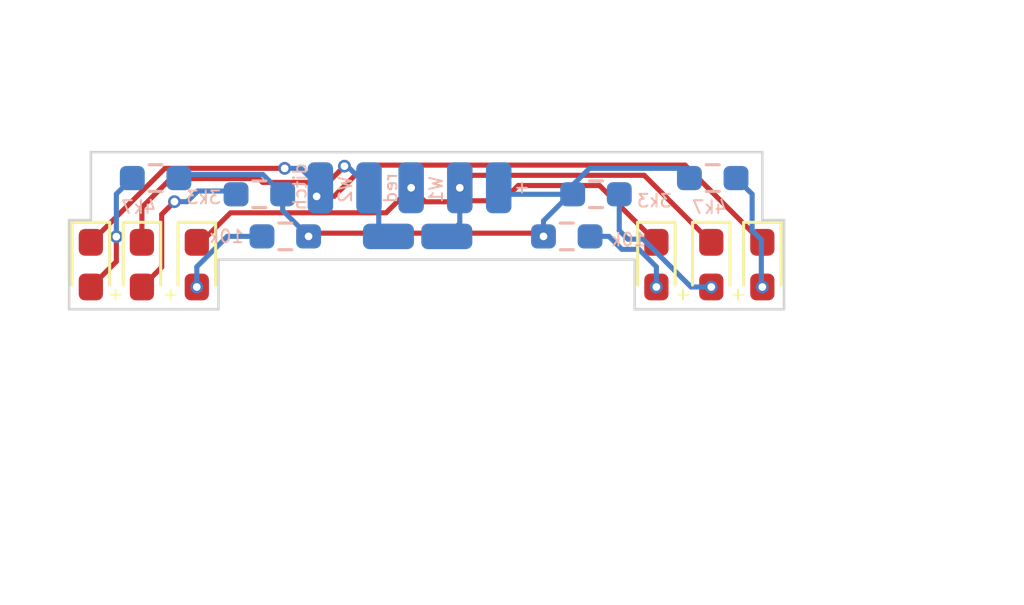
<source format=kicad_pcb>
(kicad_pcb (version 20221018) (generator pcbnew)
  (layers (0 "F.Cu" signal) (31 "B.Cu" signal) (34 "B.Paste" user) (35 "F.Paste" user) (36 "B.SilkS" user "B.Silkscreen") (37 "F.SilkS" user "F.Silkscreen") (38 "B.Mask" user) (39 "F.Mask" user) (44 "Edge.Cuts" user))
  (net 0 "")
  (net 1 "Net-(D1-A)")
  (net 2 "Net-(D1-K)")
  (net 3 "Net-(D2-A)")
  (net 4 "Net-(D2-K)")
  (net 5 "Net-(D3-A)")
  (net 6 "Net-(D3-K)")
  (net 7 "Net-(D4-A)")
  (net 8 "Net-(D5-A)")
  (net 9 "Net-(D5-K)")
  (net 10 "Net-(D6-A)")
  (net 11 "VCC")
  (footprint "LED_SMD:LED_0603_1608Metric_Pad1.05x0.95mm_HandSolder" (layer "F.Cu") (at 88.05 102.2 -90)
    (fp_text reference "D6" hide)
    (fp_text value "LED")
    (fp_line (start -1.66 -0.735) (end -1.66 0.735) (stroke (width 0.12)) (layer "F.SilkS"))
    (fp_line (start -1.66 0.735) (end 0.8 0.735) (stroke (width 0.12)) (layer "F.SilkS"))
    (fp_line (start 0.8 -0.735) (end -1.66 -0.735) (stroke (width 0.12)) (layer "F.SilkS"))
    (pad "1" smd roundrect (at -0.875 0 270) (size 1.05 0.95) (layers "F.Cu" "F.Paste" "F.Mask") (net 2 "Net-(D1-K)"))
    (pad "2" smd roundrect (at 0.875 0 270) (size 1.05 0.95) (layers "F.Cu" "F.Paste" "F.Mask") (net 10 "Net-(D6-A)"))
  )
  (footprint "LED_SMD:LED_0603_1608Metric_Pad1.05x0.95mm_HandSolder" (layer "F.Cu") (at 86.05 102.2 -90)
    (fp_text reference "D5" hide)
    (fp_text value "LED")
    (fp_line (start -1.66 -0.735) (end -1.66 0.735) (stroke (width 0.12)) (layer "F.SilkS"))
    (fp_line (start -1.66 0.735) (end 0.8 0.735) (stroke (width 0.12)) (layer "F.SilkS"))
    (fp_line (start 0.8 -0.735) (end -1.66 -0.735) (stroke (width 0.12)) (layer "F.SilkS"))
    (pad "1" smd roundrect (at -0.875 0 270) (size 1.05 0.95) (layers "F.Cu" "F.Paste" "F.Mask") (net 9 "Net-(D5-K)"))
    (pad "2" smd roundrect (at 0.875 0 270) (size 1.05 0.95) (layers "F.Cu" "F.Paste" "F.Mask") (net 8 "Net-(D5-A)"))
  )
  (footprint "LED_SMD:LED_0603_1608Metric_Pad1.05x0.95mm_HandSolder" (layer "F.Cu") (at 61.75 102.2 -90)
    (fp_text reference "D1" hide)
    (fp_text value "LED")
    (fp_line (start -1.66 -0.735) (end -1.66 0.735) (stroke (width 0.12)) (layer "F.SilkS"))
    (fp_line (start -1.66 0.735) (end 0.8 0.735) (stroke (width 0.12)) (layer "F.SilkS"))
    (fp_line (start 0.8 -0.735) (end -1.66 -0.735) (stroke (width 0.12)) (layer "F.SilkS"))
    (pad "1" smd roundrect (at -0.875 0 270) (size 1.05 0.95) (layers "F.Cu" "F.Paste" "F.Mask") (net 2 "Net-(D1-K)"))
    (pad "2" smd roundrect (at 0.875 0 270) (size 1.05 0.95) (layers "F.Cu" "F.Paste" "F.Mask") (net 1 "Net-(D1-A)"))
  )
  (footprint "LED_SMD:LED_0603_1608Metric_Pad1.05x0.95mm_HandSolder" (layer "F.Cu") (at 83.9 102.2 -90)
    (fp_text reference "D4" hide)
    (fp_text value "LED")
    (fp_line (start -1.66 -0.735) (end -1.66 0.735) (stroke (width 0.12)) (layer "F.SilkS"))
    (fp_line (start -1.66 0.735) (end 0.8 0.735) (stroke (width 0.12)) (layer "F.SilkS"))
    (fp_line (start 0.8 -0.735) (end -1.66 -0.735) (stroke (width 0.12)) (layer "F.SilkS"))
    (pad "1" smd roundrect (at -0.875 0 270) (size 1.05 0.95) (layers "F.Cu" "F.Paste" "F.Mask") (net 6 "Net-(D3-K)"))
    (pad "2" smd roundrect (at 0.875 0 270) (size 1.05 0.95) (layers "F.Cu" "F.Paste" "F.Mask") (net 7 "Net-(D4-A)"))
  )
  (footprint "LED_SMD:LED_0603_1608Metric_Pad1.05x0.95mm_HandSolder" (layer "F.Cu") (at 65.9 102.2 -90)
    (fp_text reference "D3" hide)
    (fp_text value "LED")
    (fp_line (start -1.66 -0.735) (end -1.66 0.735) (stroke (width 0.12)) (layer "F.SilkS"))
    (fp_line (start -1.66 0.735) (end 0.8 0.735) (stroke (width 0.12)) (layer "F.SilkS"))
    (fp_line (start 0.8 -0.735) (end -1.66 -0.735) (stroke (width 0.12)) (layer "F.SilkS"))
    (pad "1" smd roundrect (at -0.875 0 270) (size 1.05 0.95) (layers "F.Cu" "F.Paste" "F.Mask") (net 6 "Net-(D3-K)"))
    (pad "2" smd roundrect (at 0.875 0 270) (size 1.05 0.95) (layers "F.Cu" "F.Paste" "F.Mask") (net 5 "Net-(D3-A)"))
  )
  (footprint "LED_SMD:LED_0603_1608Metric_Pad1.05x0.95mm_HandSolder" (layer "F.Cu") (at 63.75 102.2 -90)
    (fp_text reference "D2" hide)
    (fp_text value "LED")
    (fp_line (start -1.66 -0.735) (end -1.66 0.735) (stroke (width 0.12)) (layer "F.SilkS"))
    (fp_line (start -1.66 0.735) (end 0.8 0.735) (stroke (width 0.12)) (layer "F.SilkS"))
    (fp_line (start 0.8 -0.735) (end -1.66 -0.735) (stroke (width 0.12)) (layer "F.SilkS"))
    (pad "1" smd roundrect (at -0.875 0 270) (size 1.05 0.95) (layers "F.Cu" "F.Paste" "F.Mask") (net 4 "Net-(D2-K)"))
    (pad "2" smd roundrect (at 0.875 0 270) (size 1.05 0.95) (layers "F.Cu" "F.Paste" "F.Mask") (net 3 "Net-(D2-A)"))
  )
  (footprint "Connector_Wire:SolderWirePad_1x01_SMD_1x2mm" (layer "B.Cu") (at 74.295 99.187)
    (fp_text reference "J3" hide)
    (fp_text value "red")
    (pad "1" smd roundrect (at 0 0) (size 1 2) (layers "B.Cu" "B.Paste" "B.Mask") (net 6 "Net-(D3-K)"))
  )
  (footprint "custom_kicad_lib_sk:R_0603_smalltext" (layer "B.Cu") (at 81.534 99.441)
    (fp_text reference "R5" hide)
    (fp_text value "3k3" (at 2.286 0.254 unlocked) (layer "B.SilkS") (effects (font (size 0.5 0.5) (thickness 0.075)) (justify mirror)))
    (fp_line (start -0.254724 -0.5225) (end 0.254724 -0.5225) (stroke (width 0.12)) (layer "B.SilkS"))
    (fp_line (start -0.254724 0.5225) (end 0.254724 0.5225) (stroke (width 0.12)) (layer "B.SilkS"))
    (pad "1" smd roundrect (at -0.9125 0) (size 0.975 0.95) (layers "B.Cu" "B.Paste" "B.Mask") (net 11 "VCC"))
    (pad "2" smd roundrect (at 0.9125 0) (size 0.975 0.95) (layers "B.Cu" "B.Paste" "B.Mask") (net 8 "Net-(D5-A)"))
  )
  (footprint "custom_kicad_lib_sk:R_0603_smalltext" (layer "B.Cu") (at 69.3655 101.092 180)
    (fp_text reference "R3" hide)
    (fp_text value "10k" (at 2.3095 0 unlocked) (layer "B.SilkS") (effects (font (size 0.5 0.5) (thickness 0.075)) (justify mirror)))
    (fp_line (start -0.254724 -0.5225) (end 0.254724 -0.5225) (stroke (width 0.12)) (layer "B.SilkS"))
    (fp_line (start -0.254724 0.5225) (end 0.254724 0.5225) (stroke (width 0.12)) (layer "B.SilkS"))
    (pad "1" smd roundrect (at -0.9125 0 180) (size 0.975 0.95) (layers "B.Cu" "B.Paste" "B.Mask") (net 11 "VCC"))
    (pad "2" smd roundrect (at 0.9125 0 180) (size 0.975 0.95) (layers "B.Cu" "B.Paste" "B.Mask") (net 5 "Net-(D3-A)"))
  )
  (footprint "Connector_Wire:SolderWirePad_1x01_SMD_1x2mm" (layer "B.Cu") (at 70.739 99.187)
    (fp_text reference "J1" hide)
    (fp_text value "ditch")
    (pad "1" smd roundrect (at 0 0) (size 1 2) (layers "B.Cu" "B.Paste" "B.Mask") (net 2 "Net-(D1-K)"))
  )
  (footprint "Connector_Wire:SolderWirePad_1x01_SMD_1x2mm" (layer "B.Cu") (at 72.644 99.187)
    (fp_text reference "J2" hide)
    (fp_text value "W1")
    (pad "1" smd roundrect (at 0 0) (size 1 2) (layers "B.Cu" "B.Paste" "B.Mask") (net 4 "Net-(D2-K)"))
  )
  (footprint "custom_kicad_lib_sk:R_0603_smalltext" (layer "B.Cu") (at 64.2855 98.806 180)
    (fp_text reference "R1" hide)
    (fp_text value "4k7" (at 0.6585 -1.143 unlocked) (layer "B.SilkS") (effects (font (size 0.5 0.5) (thickness 0.075)) (justify mirror)))
    (fp_line (start -0.254724 -0.5225) (end 0.254724 -0.5225) (stroke (width 0.12)) (layer "B.SilkS"))
    (fp_line (start -0.254724 0.5225) (end 0.254724 0.5225) (stroke (width 0.12)) (layer "B.SilkS"))
    (pad "1" smd roundrect (at -0.9125 0 180) (size 0.975 0.95) (layers "B.Cu" "B.Paste" "B.Mask") (net 11 "VCC"))
    (pad "2" smd roundrect (at 0.9125 0 180) (size 0.975 0.95) (layers "B.Cu" "B.Paste" "B.Mask") (net 1 "Net-(D1-A)"))
  )
  (footprint "Connector_Wire:SolderWirePad_1x01_SMD_1x2mm" (layer "B.Cu") (at 75.692 101.092 -90)
    (fp_text reference "J7" hide)
    (fp_text value "W3")
    (pad "1" smd roundrect (at 0 0 270) (size 1 2) (layers "B.Cu" "B.Paste" "B.Mask") (net 9 "Net-(D5-K)"))
  )
  (footprint "custom_kicad_lib_sk:R_0603_smalltext" (layer "B.Cu") (at 68.3495 99.441 180)
    (fp_text reference "R2" hide)
    (fp_text value "3k3" (at 2.1825 -0.127 unlocked) (layer "B.SilkS") (effects (font (size 0.5 0.5) (thickness 0.075)) (justify mirror)))
    (fp_line (start -0.254724 -0.5225) (end 0.254724 -0.5225) (stroke (width 0.12)) (layer "B.SilkS"))
    (fp_line (start -0.254724 0.5225) (end 0.254724 0.5225) (stroke (width 0.12)) (layer "B.SilkS"))
    (pad "1" smd roundrect (at -0.9125 0 180) (size 0.975 0.95) (layers "B.Cu" "B.Paste" "B.Mask") (net 11 "VCC"))
    (pad "2" smd roundrect (at 0.9125 0 180) (size 0.975 0.95) (layers "B.Cu" "B.Paste" "B.Mask") (net 3 "Net-(D2-A)"))
  )
  (footprint "custom_kicad_lib_sk:R_0603_smalltext" (layer "B.Cu") (at 86.106 98.806)
    (fp_text reference "R6" hide)
    (fp_text value "4k7" (at -0.127 1.143 unlocked) (layer "B.SilkS") (effects (font (size 0.5 0.5) (thickness 0.075)) (justify mirror)))
    (fp_line (start -0.254724 -0.5225) (end 0.254724 -0.5225) (stroke (width 0.12)) (layer "B.SilkS"))
    (fp_line (start -0.254724 0.5225) (end 0.254724 0.5225) (stroke (width 0.12)) (layer "B.SilkS"))
    (pad "1" smd roundrect (at -0.9125 0) (size 0.975 0.95) (layers "B.Cu" "B.Paste" "B.Mask") (net 11 "VCC"))
    (pad "2" smd roundrect (at 0.9125 0) (size 0.975 0.95) (layers "B.Cu" "B.Paste" "B.Mask") (net 10 "Net-(D6-A)"))
  )
  (footprint "Connector_Wire:SolderWirePad_1x01_SMD_1x2mm" (layer "B.Cu") (at 77.724 99.187)
    (fp_text reference "J4" hide)
    (fp_text value "Conn_01x01_Pin")
    (pad "1" smd roundrect (at 0 0) (size 1 2) (layers "B.Cu" "B.Paste" "B.Mask") (net 11 "VCC"))
  )
  (footprint "custom_kicad_lib_sk:R_0603_smalltext" (layer "B.Cu") (at 80.391 101.092)
    (fp_text reference "R4" hide)
    (fp_text value "10k" (at 2.413 0.127 unlocked) (layer "B.SilkS") (effects (font (size 0.5 0.5) (thickness 0.075)) (justify mirror)))
    (fp_line (start -0.254724 -0.5225) (end 0.254724 -0.5225) (stroke (width 0.12)) (layer "B.SilkS"))
    (fp_line (start -0.254724 0.5225) (end 0.254724 0.5225) (stroke (width 0.12)) (layer "B.SilkS"))
    (pad "1" smd roundrect (at -0.9125 0) (size 0.975 0.95) (layers "B.Cu" "B.Paste" "B.Mask") (net 11 "VCC"))
    (pad "2" smd roundrect (at 0.9125 0) (size 0.975 0.95) (layers "B.Cu" "B.Paste" "B.Mask") (net 7 "Net-(D4-A)"))
  )
  (footprint "Connector_Wire:SolderWirePad_1x01_SMD_1x2mm" (layer "B.Cu") (at 76.2 99.187)
    (fp_text reference "J5" hide)
    (fp_text value "W3")
    (pad "1" smd roundrect (at 0 0) (size 1 2) (layers "B.Cu" "B.Paste" "B.Mask") (net 9 "Net-(D5-K)"))
  )
  (footprint "Connector_Wire:SolderWirePad_1x01_SMD_1x2mm" (layer "B.Cu") (at 73.406 101.092 -90)
    (fp_text reference "J6" hide)
    (fp_text value "W1")
    (pad "1" smd roundrect (at 0 0 270) (size 1 2) (layers "B.Cu" "B.Paste" "B.Mask") (net 4 "Net-(D2-K)"))
  )
  (gr_line (start 88.9 103.95) (end 88.9 100.45) (stroke (width 0.1)) (layer "Edge.Cuts"))
  (gr_line (start 88.05 100.45) (end 88.05 97.79) (stroke (width 0.1)) (layer "Edge.Cuts"))
  (gr_line (start 83.05 103.95) (end 88.9 103.95) (stroke (width 0.1)) (layer "Edge.Cuts"))
  (gr_line (start 61.75 100.45) (end 60.9 100.45) (stroke (width 0.1)) (layer "Edge.Cuts"))
  (gr_line (start 61.75 97.79) (end 61.75 100.45) (stroke (width 0.1)) (layer "Edge.Cuts"))
  (gr_line (start 66.75 103.95) (end 66.75 102) (stroke (width 0.1)) (layer "Edge.Cuts"))
  (gr_line (start 60.9 103.95) (end 66.75 103.95) (stroke (width 0.1)) (layer "Edge.Cuts"))
  (gr_line (start 83.05 102) (end 66.75 102) (stroke (width 0.1)) (layer "Edge.Cuts"))
  (gr_line (start 88.05 97.79) (end 61.75 97.79) (stroke (width 0.1)) (layer "Edge.Cuts"))
  (gr_line (start 83.05 102) (end 83.05 103.95) (stroke (width 0.1)) (layer "Edge.Cuts"))
  (gr_line (start 88.9 100.45) (end 88.05 100.45) (stroke (width 0.1)) (layer "Edge.Cuts"))
  (gr_line (start 60.9 100.45) (end 60.9 103.95) (stroke (width 0.1)) (layer "Edge.Cuts"))
  (gr_text "red" (at 73.787 98.552 90) (layer "B.SilkS") (effects (font (size 0.5 0.5) (thickness 0.075)) (justify left bottom mirror)))
  (gr_text "ditch" (at 70.231 98.171 90) (layer "B.SilkS") (effects (font (size 0.5 0.5) (thickness 0.075)) (justify left bottom mirror)))
  (gr_text "W2" (at 72.009 98.679 90) (layer "B.SilkS") (effects (font (size 0.5 0.5) (thickness 0.075)) (justify left bottom mirror)))
  (gr_text "+" (at 78.994 99.441) (layer "B.SilkS") (effects (font (size 0.5 0.5) (thickness 0.075)) (justify left bottom mirror)))
  (gr_text "W1" (at 75.565 98.679 90) (layer "B.SilkS") (effects (font (size 0.5 0.5) (thickness 0.075)) (justify left bottom mirror)))
  (gr_text "+" (at 62.357 103.632) (layer "F.SilkS") (effects (font (size 0.5 0.5) (thickness 0.075)) (justify left bottom)))
  (gr_text "+" (at 86.741 103.632) (layer "F.SilkS") (effects (font (size 0.5 0.5) (thickness 0.075)) (justify left bottom)))
  (gr_text "+" (at 64.516 103.632) (layer "F.SilkS") (effects (font (size 0.5 0.5) (thickness 0.075)) (justify left bottom)))
  (gr_text "+" (at 84.582 103.632) (layer "F.SilkS") (effects (font (size 0.5 0.5) (thickness 0.075)) (justify left bottom)))
  (segment (start 62.749056 102.075944) (end 62.749056 101.103056) (width 0.2) (layer "F.Cu") (net 1))
  (segment (start 61.75 103.075) (end 62.749056 102.075944) (width 0.2) (layer "F.Cu") (net 1))
  (via (at 62.749056 101.103056) (size 0.5) (drill 0.3) (layers "F.Cu" "B.Cu") (net 1))
  (segment (start 62.749056 101.103056) (end 62.749056 99.429944) (width 0.2) (layer "B.Cu") (net 1))
  (segment (start 62.749056 99.429944) (end 63.373 98.806) (width 0.2) (layer "B.Cu") (net 1))
  (segment (start 64.65 98.425) (end 69.342 98.425) (width 0.2) (layer "F.Cu") (net 2))
  (segment (start 71.274305 99.5245) (end 70.593828 99.5245) (width 0.2) (layer "F.Cu") (net 2))
  (segment (start 88.05 101.325) (end 85.023 98.298) (width 0.2) (layer "F.Cu") (net 2))
  (segment (start 72.500805 98.298) (end 71.274305 99.5245) (width 0.2) (layer "F.Cu") (net 2))
  (segment (start 85.023 98.298) (end 72.500805 98.298) (width 0.2) (layer "F.Cu") (net 2))
  (segment (start 61.75 101.325) (end 64.65 98.425) (width 0.2) (layer "F.Cu") (net 2))
  (via (at 69.342 98.425) (size 0.5) (drill 0.3) (layers "F.Cu" "B.Cu") (net 2))
  (via (at 70.593828 99.5245) (size 0.5) (drill 0.3) (layers "F.Cu" "B.Cu") (net 2))
  (segment (start 69.342 98.425) (end 69.977 98.425) (width 0.2) (layer "B.Cu") (net 2))
  (segment (start 69.977 98.425) (end 70.739 99.187) (width 0.2) (layer "B.Cu") (net 2))
  (segment (start 63.75 103.075) (end 64.525 102.3) (width 0.2) (layer "F.Cu") (net 3))
  (segment (start 64.525 102.3) (end 64.525 100.2295) (width 0.2) (layer "F.Cu") (net 3))
  (segment (start 64.525 100.2295) (end 65.024 99.7305) (width 0.2) (layer "F.Cu") (net 3))
  (via (at 65.024 99.7305) (size 0.5) (drill 0.3) (layers "F.Cu" "B.Cu") (net 3))
  (segment (start 67.31 99.314) (end 67.437 99.441) (width 0.2) (layer "B.Cu") (net 3))
  (segment (start 65.024 99.7305) (end 65.52114 99.7305) (width 0.2) (layer "B.Cu") (net 3))
  (segment (start 65.52114 99.7305) (end 65.93764 99.314) (width 0.2) (layer "B.Cu") (net 3))
  (segment (start 65.93764 99.314) (end 67.31 99.314) (width 0.2) (layer "B.Cu") (net 3))
  (segment (start 63.75 99.953) (end 64.878 98.825) (width 0.2) (layer "F.Cu") (net 4))
  (segment (start 63.75 101.325) (end 63.75 99.953) (width 0.2) (layer "F.Cu") (net 4))
  (segment (start 64.878 98.825) (end 68.326 98.825) (width 0.2) (layer "F.Cu") (net 4))
  (segment (start 68.326 98.825) (end 68.476 98.975) (width 0.2) (layer "F.Cu") (net 4))
  (segment (start 68.476 98.975) (end 71.045987 98.975) (width 0.2) (layer "F.Cu") (net 4))
  (segment (start 71.045987 98.975) (end 71.68165 98.339337) (width 0.2) (layer "F.Cu") (net 4))
  (via (at 71.68165 98.339337) (size 0.5) (drill 0.3) (layers "F.Cu" "B.Cu") (net 4))
  (segment (start 73.406 101.092) (end 73.025 100.711) (width 0.2) (layer "B.Cu") (net 4))
  (segment (start 71.796337 98.339337) (end 72.644 99.187) (width 0.2) (layer "B.Cu") (net 4))
  (segment (start 73.025 99.568) (end 72.644 99.187) (width 0.2) (layer "B.Cu") (net 4))
  (segment (start 73.025 100.711) (end 73.025 99.568) (width 0.2) (layer "B.Cu") (net 4))
  (segment (start 71.68165 98.339337) (end 71.796337 98.339337) (width 0.2) (layer "B.Cu") (net 4))
  (via (at 65.9 103.075) (size 0.5) (drill 0.3) (layers "F.Cu" "B.Cu") (net 5))
  (segment (start 67.092315 101.092) (end 65.9 102.284315) (width 0.2) (layer "B.Cu") (net 5))
  (segment (start 68.453 101.092) (end 67.092315 101.092) (width 0.2) (layer "B.Cu") (net 5))
  (segment (start 65.9 102.284315) (end 65.9 103.075) (width 0.2) (layer "B.Cu") (net 5))
  (segment (start 74.295 99.187) (end 74.845 99.737) (width 0.2) (layer "F.Cu") (net 6))
  (segment (start 74.295 99.187) (end 73.3145 100.1675) (width 0.2) (layer "F.Cu") (net 6))
  (segment (start 73.3145 100.1675) (end 67.2185 100.1675) (width 0.2) (layer "F.Cu") (net 6))
  (segment (start 76.412 99.737) (end 76.454 99.695) (width 0.2) (layer "F.Cu") (net 6))
  (segment (start 81.673 99.098) (end 83.9 101.325) (width 0.2) (layer "F.Cu") (net 6))
  (segment (start 77.889 99.695) (end 78.486 99.098) (width 0.2) (layer "F.Cu") (net 6))
  (segment (start 66.061 101.325) (end 65.9 101.325) (width 0.2) (layer "F.Cu") (net 6))
  (segment (start 78.486 99.098) (end 81.673 99.098) (width 0.2) (layer "F.Cu") (net 6))
  (segment (start 67.2185 100.1675) (end 66.061 101.325) (width 0.2) (layer "F.Cu") (net 6))
  (segment (start 76.454 99.695) (end 77.889 99.695) (width 0.2) (layer "F.Cu") (net 6))
  (segment (start 74.845 99.737) (end 76.412 99.737) (width 0.2) (layer "F.Cu") (net 6))
  (via (at 74.295 99.187) (size 0.5) (drill 0.3) (layers "F.Cu" "B.Cu") (net 6))
  (via (at 83.9 103.075) (size 0.5) (drill 0.3) (layers "F.Cu" "B.Cu") (net 7))
  (segment (start 82.55 101.6) (end 83.215685 101.6) (width 0.2) (layer "B.Cu") (net 7))
  (segment (start 83.215685 101.6) (end 83.9 102.284315) (width 0.2) (layer "B.Cu") (net 7))
  (segment (start 82.042 101.092) (end 82.55 101.6) (width 0.2) (layer "B.Cu") (net 7))
  (segment (start 83.9 102.284315) (end 83.9 103.075) (width 0.2) (layer "B.Cu") (net 7))
  (segment (start 81.3035 101.092) (end 82.042 101.092) (width 0.2) (layer "B.Cu") (net 7))
  (via (at 86.05 103.075) (size 0.5) (drill 0.3) (layers "F.Cu" "B.Cu") (net 8))
  (segment (start 82.4465 99.441) (end 82.4465 100.8615) (width 0.2) (layer "B.Cu") (net 8))
  (segment (start 83.381371 101.2) (end 85.256371 103.075) (width 0.2) (layer "B.Cu") (net 8))
  (segment (start 82.4465 100.8615) (end 82.785 101.2) (width 0.2) (layer "B.Cu") (net 8))
  (segment (start 82.785 101.2) (end 83.381371 101.2) (width 0.2) (layer "B.Cu") (net 8))
  (segment (start 85.256371 103.075) (end 86.05 103.075) (width 0.2) (layer "B.Cu") (net 8))
  (segment (start 83.423 98.698) (end 76.689 98.698) (width 0.2) (layer "F.Cu") (net 9))
  (segment (start 76.689 98.698) (end 76.2 99.187) (width 0.2) (layer "F.Cu") (net 9))
  (segment (start 86.05 101.325) (end 83.423 98.698) (width 0.2) (layer "F.Cu") (net 9))
  (via (at 76.2 99.187) (size 0.5) (drill 0.3) (layers "F.Cu" "B.Cu") (net 9))
  (segment (start 76.2 100.584) (end 76.2 99.187) (width 0.2) (layer "B.Cu") (net 9))
  (segment (start 75.692 101.092) (end 76.2 100.584) (width 0.2) (layer "B.Cu") (net 9))
  (via (at 88.05 103.075) (size 0.5) (drill 0.3) (layers "F.Cu" "B.Cu") (net 10))
  (segment (start 88.011 103.036) (end 88.05 103.075) (width 0.2) (layer "B.Cu") (net 10))
  (segment (start 87.65 100.858) (end 88.011 101.219) (width 0.2) (layer "B.Cu") (net 10))
  (segment (start 87.65 99.4375) (end 87.65 100.858) (width 0.2) (layer "B.Cu") (net 10))
  (segment (start 87.0185 98.806) (end 87.65 99.4375) (width 0.2) (layer "B.Cu") (net 10))
  (segment (start 88.011 101.219) (end 88.011 103.036) (width 0.2) (layer "B.Cu") (net 10))
  (segment (start 70.278 101.092) (end 70.405 100.965) (width 0.2) (layer "F.Cu") (net 11))
  (segment (start 79.3515 100.965) (end 79.4785 101.092) (width 0.2) (layer "F.Cu") (net 11))
  (segment (start 70.405 100.965) (end 79.3515 100.965) (width 0.2) (layer "F.Cu") (net 11))
  (via (at 70.278 101.092) (size 0.5) (drill 0.3) (layers "F.Cu" "B.Cu") (net 11))
  (via (at 79.4785 101.092) (size 0.5) (drill 0.3) (layers "F.Cu" "B.Cu") (net 11))
  (segment (start 80.6215 99.0835) (end 81.28 98.425) (width 0.2) (layer "B.Cu") (net 11))
  (segment (start 68.487 98.666) (end 69.262 99.441) (width 0.2) (layer "B.Cu") (net 11))
  (segment (start 80.6215 99.441) (end 80.6215 99.0835) (width 0.2) (layer "B.Cu") (net 11))
  (segment (start 79.4785 101.092) (end 79.4785 100.4805) (width 0.2) (layer "B.Cu") (net 11))
  (segment (start 80.518 99.441) (end 80.6215 99.441) (width 0.2) (layer "B.Cu") (net 11))
  (segment (start 69.262 99.441) (end 69.262 100.076) (width 0.2) (layer "B.Cu") (net 11))
  (segment (start 77.724 99.187) (end 77.978 99.441) (width 0.2) (layer "B.Cu") (net 11))
  (segment (start 84.8125 98.425) (end 85.1935 98.806) (width 0.2) (layer "B.Cu") (net 11))
  (segment (start 69.262 100.076) (end 70.278 101.092) (width 0.2) (layer "B.Cu") (net 11))
  (segment (start 79.4785 100.4805) (end 80.518 99.441) (width 0.2) (layer "B.Cu") (net 11))
  (segment (start 77.978 99.441) (end 80.6215 99.441) (width 0.2) (layer "B.Cu") (net 11))
  (segment (start 81.28 98.425) (end 84.8125 98.425) (width 0.2) (layer "B.Cu") (net 11))
  (segment (start 65.198 98.806) (end 65.338 98.666) (width 0.2) (layer "B.Cu") (net 11))
  (segment (start 65.338 98.666) (end 68.487 98.666) (width 0.2) (layer "B.Cu") (net 11))
)
</source>
